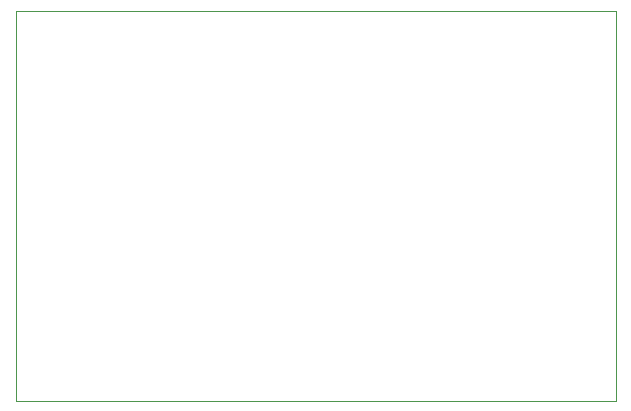
<source format=gbr>
%TF.GenerationSoftware,KiCad,Pcbnew,(6.0.10)*%
%TF.CreationDate,2023-02-23T16:00:17-08:00*%
%TF.ProjectId,lab4 Exercise 1,6c616234-2045-4786-9572-636973652031,rev?*%
%TF.SameCoordinates,Original*%
%TF.FileFunction,Profile,NP*%
%FSLAX46Y46*%
G04 Gerber Fmt 4.6, Leading zero omitted, Abs format (unit mm)*
G04 Created by KiCad (PCBNEW (6.0.10)) date 2023-02-23 16:00:17*
%MOMM*%
%LPD*%
G01*
G04 APERTURE LIST*
%TA.AperFunction,Profile*%
%ADD10C,0.100000*%
%TD*%
G04 APERTURE END LIST*
D10*
X119380000Y-73660000D02*
X170180000Y-73660000D01*
X170180000Y-73660000D02*
X170180000Y-106680000D01*
X170180000Y-106680000D02*
X119380000Y-106680000D01*
X119380000Y-106680000D02*
X119380000Y-73660000D01*
M02*

</source>
